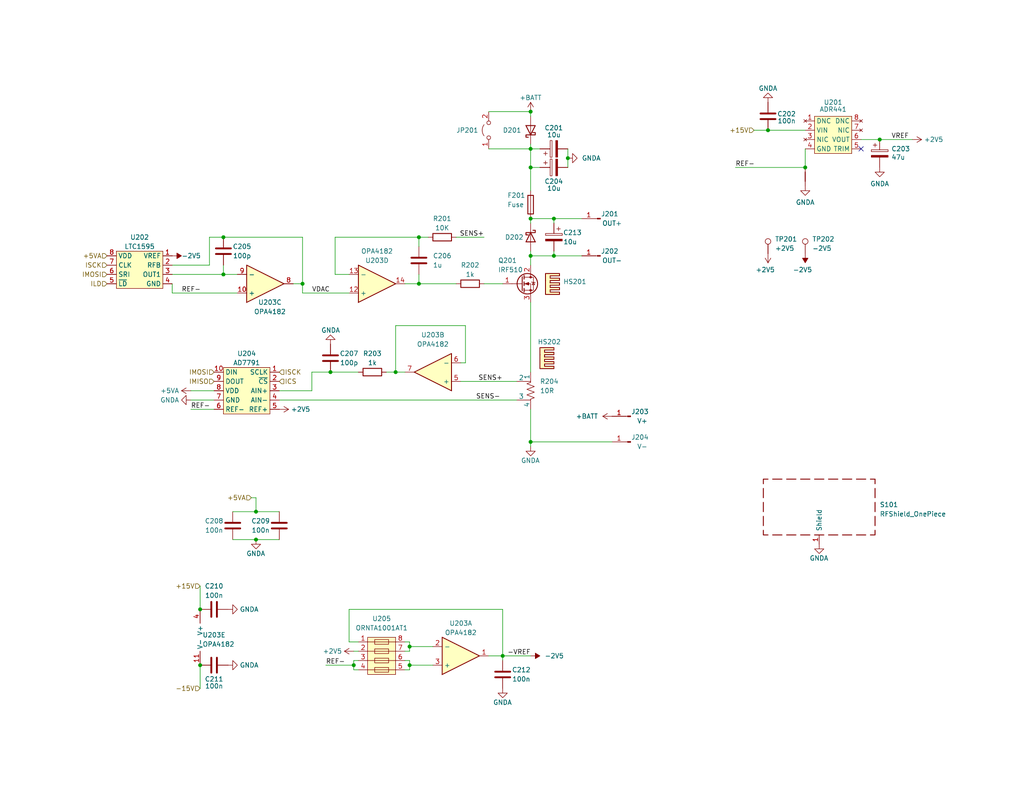
<source format=kicad_sch>
(kicad_sch (version 20230121) (generator eeschema)
  (paper "USLetter")
  (title_block (title "Precision Current Source Analog") (date "2024-05-20") (rev "2.0") (company "M Morano"))
  (lib_symbols
    (symbol "Components:530002B02500G"
      (property "Reference" "HS" (at -1.27 7.62 0))
      (property "Value" "530002B02500G" (at -6.35 5.08 0))
      (symbol "530002B02500G_0_1"
        (polyline (pts (xy -0.254 0.254) (xy -0.889 0.254) (xy -0.889 2.794) (xy -1.524 2.794) (xy -1.524 0.254) (xy -2.159 0.254) (xy -2.159 2.794) (xy -2.794 2.794) (xy -2.794 -1.016) (xy -0.889 -1.016)) (stroke (width 0.254)) (fill (type background)))
        (polyline (pts (xy -0.254 0.254) (xy -0.254 2.794) (xy 0.381 2.794) (xy 0.381 0.254) (xy 1.016 0.254) (xy 1.016 2.794) (xy 1.651 2.794) (xy 1.651 0.254) (xy 2.286 0.254) (xy 2.286 2.794) (xy 2.921 2.794) (xy 2.921 -1.016) (xy -0.889 -1.016)) (stroke (width 0.254)) (fill (type background)))
      )
      (symbol "530002B02500G_1_1"
        (pin no_connect line (at -6.35 -3.81 0) (length 5.08) hide (name "1") (number "1"))
        (pin no_connect line (at 7.62 -3.81 180) (length 5.08) hide (name "2") (number "2"))
      )
    )
    (symbol "Components:AD7791"
      (property "Reference" "U" (at 0 11.43 0))
      (property "Value" "AD7791" (at 0 8.89 0))
      (symbol "AD7791_1_1"
        (rectangle (start -6.35 6.35) (end 6.35 -6.35) (fill (type background)))
        (pin input line (at -8.89 5.08 0) (length 2.54) (name "SCLK") (number "1"))
        (pin input line (at 8.89 5.08 180) (length 2.54) (name "DIN") (number "10"))
        (pin input line (at -8.89 2.54 0) (length 2.54) (name "~{CS}") (number "2"))
        (pin input line (at -8.89 0 0) (length 2.54) (name "AIN+") (number "3"))
        (pin input line (at -8.89 -2.54 0) (length 2.54) (name "AIN-") (number "4"))
        (pin input line (at -8.89 -5.08 0) (length 2.54) (name "REF+") (number "5"))
        (pin power_in line (at 8.89 -5.08 180) (length 2.54) (name "REF-") (number "6"))
        (pin power_in line (at 8.89 -2.54 180) (length 2.54) (name "GND") (number "7"))
        (pin power_in line (at 8.89 0 180) (length 2.54) (name "VDD") (number "8"))
        (pin output line (at 8.89 2.54 180) (length 2.54) (name "DOUT") (number "9"))
      )
    )
    (symbol "Components:ADR441"
      (property "Reference" "U" (at 0 6.35 0))
      (property "Value" "ADR441" (at -2.54 0 0))
      (symbol "ADR441_1_1"
        (rectangle (start -5.08 5.08) (end 5.08 -5.08) (fill (type background)))
        (pin no_connect line (at -7.62 3.81 0) (length 2.54) (name "DNC") (number "1"))
        (pin power_in line (at -7.62 1.27 0) (length 2.54) (name "VIN") (number "2"))
        (pin no_connect line (at -7.62 -1.27 0) (length 2.54) (name "NIC") (number "3"))
        (pin power_in line (at -7.62 -3.81 0) (length 2.54) (name "GND") (number "4"))
        (pin input line (at 7.62 -3.81 180) (length 2.54) (name "TRIM") (number "5"))
        (pin output line (at 7.62 -1.27 180) (length 2.54) (name "VOUT") (number "6"))
        (pin no_connect line (at 7.62 1.27 180) (length 2.54) (name "NIC") (number "7"))
        (pin no_connect line (at 7.62 3.81 180) (length 2.54) (name "DNC") (number "8"))
      )
    )
    (symbol "Components:LTC1595"
      (property "Reference" "U" (at 0 0 0))
      (property "Value" "LTC1595" (at 0 0 0))
      (symbol "LTC1595_1_1"
        (rectangle (start -6.35 5.08) (end 6.35 -5.08) (fill (type background)))
        (pin input line (at -8.89 3.81 0) (length 2.54) (name "VREF") (number "1"))
        (pin input line (at -8.89 1.27 0) (length 2.54) (name "RFB") (number "2"))
        (pin output line (at -8.89 -1.27 0) (length 2.54) (name "OUT1") (number "3"))
        (pin power_in line (at -8.89 -3.81 0) (length 2.54) (name "GND") (number "4"))
        (pin input line (at 8.89 -3.81 180) (length 2.54) (name "~{LD}") (number "5"))
        (pin input line (at 8.89 -1.27 180) (length 2.54) (name "SRI") (number "6"))
        (pin input line (at 8.89 1.27 180) (length 2.54) (name "CLK") (number "7"))
        (pin power_in line (at 8.89 3.81 180) (length 2.54) (name "VDD") (number "8"))
      )
    )
    (symbol "Components:ORNTA1001AT1"
      (property "Reference" "U" (at 0 9.525 0))
      (property "Value" "ORNTA1001AT1" (at 0 6.985 0))
      (symbol "ORNTA1001AT1_0_1"
        (rectangle (start -1.905 -3.175) (end 1.905 -4.445))
        (rectangle (start -1.905 -0.635) (end 1.905 -1.905))
        (rectangle (start -1.905 1.905) (end 1.905 0.635))
        (rectangle (start -1.905 4.445) (end 1.905 3.175))
        (polyline (pts (xy -3.81 -3.81) (xy 3.81 -3.81)))
        (polyline (pts (xy -3.81 -1.27) (xy 3.81 -1.27)))
        (polyline (pts (xy -3.81 1.27) (xy 3.81 1.27)))
        (polyline (pts (xy -3.81 3.81) (xy 3.81 3.81)))
      )
      (symbol "ORNTA1001AT1_1_1"
        (rectangle (start -3.81 5.08) (end 3.81 -5.08) (fill (type background)))
        (pin bidirectional line (at -6.35 3.81 0) (length 2.54) (name "") (number "1"))
        (pin bidirectional line (at -6.35 1.27 0) (length 2.54) (name "") (number "2"))
        (pin bidirectional line (at -6.35 -1.27 0) (length 2.54) (name "") (number "3"))
        (pin bidirectional line (at -6.35 -3.81 0) (length 2.54) (name "") (number "4"))
        (pin bidirectional line (at 6.35 -3.81 180) (length 2.54) (name "") (number "5"))
        (pin bidirectional line (at 6.35 -1.27 180) (length 2.54) (name "") (number "6"))
        (pin bidirectional line (at 6.35 1.27 180) (length 2.54) (name "") (number "7"))
        (pin bidirectional line (at 6.35 3.81 180) (length 2.54) (name "") (number "8"))
      )
    )
    (symbol "Connector:Conn_01x01_Pin" (pin_names (offset 1.016) hide)
      (property "Reference" "J" (at 0 2.54 0))
      (property "Value" "Conn_01x01_Pin" (at 0 -2.54 0))
      (symbol "Conn_01x01_Pin_1_1"
        (polyline (pts (xy 1.27 0) (xy 0.8636 0)) (stroke (width 0.1524)))
        (rectangle (start 0.8636 0.127) (end 0 -0.127) (stroke (width 0.1524)) (fill (type outline)))
        (pin passive line (at 5.08 0 180) (length 3.81) (name "Pin_1") (number "1"))
      )
    )
    (symbol "Connector:TestPoint" (pin_numbers hide) (pin_names (offset 0.762) hide)
      (property "Reference" "TP" (at 0 6.858 0))
      (property "Value" "TestPoint" (at 0 5.08 0))
      (symbol "TestPoint_0_1"
        (circle (center 0 3.302) (radius 0.762))
      )
      (symbol "TestPoint_1_1"
        (pin passive line (at 0 0 90) (length 2.54) (name "1") (number "1"))
      )
    )
    (symbol "Device:C" (pin_numbers hide) (pin_names (offset 0.254))
      (property "Reference" "C" (at 0.635 2.54 0))
      (property "Value" "C" (at 0.635 -2.54 0))
      (symbol "C_0_1"
        (polyline (pts (xy -2.032 -0.762) (xy 2.032 -0.762)) (stroke (width 0.508)))
        (polyline (pts (xy -2.032 0.762) (xy 2.032 0.762)) (stroke (width 0.508)))
      )
      (symbol "C_1_1"
        (pin passive line (at 0 3.81 270) (length 2.794) (name "~") (number "1"))
        (pin passive line (at 0 -3.81 90) (length 2.794) (name "~") (number "2"))
      )
    )
    (symbol "Device:C_Polarized" (pin_numbers hide) (pin_names (offset 0.254))
      (property "Reference" "C" (at 0.635 2.54 0))
      (property "Value" "C_Polarized" (at 0.635 -2.54 0))
      (symbol "C_Polarized_0_1"
        (rectangle (start -2.286 0.508) (end 2.286 1.016))
        (polyline (pts (xy -1.778 2.286) (xy -0.762 2.286)))
        (polyline (pts (xy -1.27 2.794) (xy -1.27 1.778)))
        (rectangle (start 2.286 -0.508) (end -2.286 -1.016) (fill (type outline)))
      )
      (symbol "C_Polarized_1_1"
        (pin passive line (at 0 3.81 270) (length 2.794) (name "~") (number "1"))
        (pin passive line (at 0 -3.81 90) (length 2.794) (name "~") (number "2"))
      )
    )
    (symbol "Device:D_Schottky" (pin_numbers hide) (pin_names (offset 1.016) hide)
      (property "Reference" "D" (at 0 2.54 0))
      (property "Value" "D_Schottky" (at 0 -2.54 0))
      (symbol "D_Schottky_0_1"
        (polyline (pts (xy 1.27 0) (xy -1.27 0)))
        (polyline (pts (xy 1.27 1.27) (xy 1.27 -1.27) (xy -1.27 0) (xy 1.27 1.27)) (stroke (width 0.254)))
        (polyline (pts (xy -1.905 0.635) (xy -1.905 1.27) (xy -1.27 1.27) (xy -1.27 -1.27) (xy -0.635 -1.27) (xy -0.635 -0.635)) (stroke (width 0.254)))
      )
      (symbol "D_Schottky_1_1"
        (pin passive line (at -3.81 0 0) (length 2.54) (name "K") (number "1"))
        (pin passive line (at 3.81 0 180) (length 2.54) (name "A") (number "2"))
      )
    )
    (symbol "Device:Fuse" (pin_numbers hide) (pin_names (offset 0))
      (property "Reference" "F" (at 2.032 0 90))
      (property "Value" "Fuse" (at -1.905 0 90))
      (symbol "Fuse_0_1"
        (rectangle (start -0.762 -2.54) (end 0.762 2.54) (stroke (width 0.254)))
        (polyline (pts (xy 0 2.54) (xy 0 -2.54)))
      )
      (symbol "Fuse_1_1"
        (pin passive line (at 0 3.81 270) (length 1.27) (name "~") (number "1"))
        (pin passive line (at 0 -3.81 90) (length 1.27) (name "~") (number "2"))
      )
    )
    (symbol "Device:NetTie_2" (pin_numbers hide) (pin_names (offset 0) hide) (in_bom no)
      (property "Reference" "NT" (at 0 1.27 0))
      (property "Value" "NetTie_2" (at 0 -1.27 0))
      (symbol "NetTie_2_0_1"
        (polyline (pts (xy -1.27 0) (xy 1.27 0)) (stroke (width 0.254)))
      )
      (symbol "NetTie_2_1_1"
        (pin passive line (at -2.54 0 0) (length 2.54) (name "1") (number "1"))
        (pin passive line (at 2.54 0 180) (length 2.54) (name "2") (number "2"))
      )
    )
    (symbol "Device:Opamp_Quad"
      (property "Reference" "U" (at 0 5.08 0))
      (property "Value" "Opamp_Quad" (at 0 -5.08 0))
      (symbol "Opamp_Quad_1_1"
        (polyline (pts (xy -5.08 5.08) (xy 5.08 0) (xy -5.08 -5.08) (xy -5.08 5.08)) (stroke (width 0.254)) (fill (type background)))
        (pin output line (at 7.62 0 180) (length 2.54) (name "~") (number "1"))
        (pin input line (at -7.62 -2.54 0) (length 2.54) (name "-") (number "2"))
        (pin input line (at -7.62 2.54 0) (length 2.54) (name "+") (number "3"))
      )
      (symbol "Opamp_Quad_2_1"
        (polyline (pts (xy -5.08 5.08) (xy 5.08 0) (xy -5.08 -5.08) (xy -5.08 5.08)) (stroke (width 0.254)) (fill (type background)))
        (pin input line (at -7.62 2.54 0) (length 2.54) (name "+") (number "5"))
        (pin input line (at -7.62 -2.54 0) (length 2.54) (name "-") (number "6"))
        (pin output line (at 7.62 0 180) (length 2.54) (name "~") (number "7"))
      )
      (symbol "Opamp_Quad_3_1"
        (polyline (pts (xy -5.08 5.08) (xy 5.08 0) (xy -5.08 -5.08) (xy -5.08 5.08)) (stroke (width 0.254)) (fill (type background)))
        (pin input line (at -7.62 2.54 0) (length 2.54) (name "+") (number "10"))
        (pin output line (at 7.62 0 180) (length 2.54) (name "~") (number "8"))
        (pin input line (at -7.62 -2.54 0) (length 2.54) (name "-") (number "9"))
      )
      (symbol "Opamp_Quad_4_1"
        (polyline (pts (xy -5.08 5.08) (xy 5.08 0) (xy -5.08 -5.08) (xy -5.08 5.08)) (stroke (width 0.254)) (fill (type background)))
        (pin input line (at -7.62 2.54 0) (length 2.54) (name "+") (number "12"))
        (pin input line (at -7.62 -2.54 0) (length 2.54) (name "-") (number "13"))
        (pin output line (at 7.62 0 180) (length 2.54) (name "~") (number "14"))
      )
      (symbol "Opamp_Quad_5_1"
        (pin power_in line (at -2.54 -7.62 90) (length 3.81) (name "V-") (number "11"))
        (pin power_in line (at -2.54 7.62 270) (length 3.81) (name "V+") (number "4"))
      )
    )
    (symbol "Device:Q_NMOS_GDS" (pin_names (offset 0) hide)
      (property "Reference" "Q" (at 5.08 1.27 0))
      (property "Value" "Q_NMOS_GDS" (at 5.08 -1.27 0))
      (symbol "Q_NMOS_GDS_0_1"
        (polyline (pts (xy 0.254 0) (xy -2.54 0)))
        (polyline (pts (xy 0.254 1.905) (xy 0.254 -1.905)) (stroke (width 0.254)))
        (polyline (pts (xy 0.762 -1.27) (xy 0.762 -2.286)) (stroke (width 0.254)))
        (polyline (pts (xy 0.762 0.508) (xy 0.762 -0.508)) (stroke (width 0.254)))
        (polyline (pts (xy 0.762 2.286) (xy 0.762 1.27)) (stroke (width 0.254)))
        (polyline (pts (xy 2.54 2.54) (xy 2.54 1.778)))
        (polyline (pts (xy 2.54 -2.54) (xy 2.54 0) (xy 0.762 0)))
        (polyline (pts (xy 0.762 -1.778) (xy 3.302 -1.778) (xy 3.302 1.778) (xy 0.762 1.778)))
        (polyline (pts (xy 1.016 0) (xy 2.032 0.381) (xy 2.032 -0.381) (xy 1.016 0)) (fill (type outline)))
        (polyline (pts (xy 2.794 0.508) (xy 2.921 0.381) (xy 3.683 0.381) (xy 3.81 0.254)))
        (polyline (pts (xy 3.302 0.381) (xy 2.921 -0.254) (xy 3.683 -0.254) (xy 3.302 0.381)))
        (circle (center 1.651 0) (radius 2.794) (stroke (width 0.254)))
        (circle (center 2.54 -1.778) (radius 0.254) (fill (type outline)))
        (circle (center 2.54 1.778) (radius 0.254) (fill (type outline)))
      )
      (symbol "Q_NMOS_GDS_1_1"
        (pin input line (at -5.08 0 0) (length 2.54) (name "G") (number "1"))
        (pin passive line (at 2.54 5.08 270) (length 2.54) (name "D") (number "2"))
        (pin passive line (at 2.54 -5.08 90) (length 2.54) (name "S") (number "3"))
      )
    )
    (symbol "Device:R" (pin_numbers hide) (pin_names (offset 0))
      (property "Reference" "R" (at 2.032 0 90))
      (property "Value" "R" (at 0 0 90))
      (symbol "R_0_1"
        (rectangle (start -1.016 -2.54) (end 1.016 2.54) (stroke (width 0.254)))
      )
      (symbol "R_1_1"
        (pin passive line (at 0 3.81 270) (length 1.27) (name "~") (number "1"))
        (pin passive line (at 0 -3.81 90) (length 1.27) (name "~") (number "2"))
      )
    )
    (symbol "Device:RFShield_OnePiece" (pin_names (offset 1.016))
      (property "Reference" "J" (at 0 5.08 0))
      (property "Value" "RFShield_OnePiece" (at 0 2.54 0))
      (symbol "RFShield_OnePiece_0_1"
        (polyline (pts (xy -15.24 -5.08) (xy -15.24 -2.54)) (stroke (width 0.254)))
        (polyline (pts (xy -15.24 -1.27) (xy -15.24 1.27)) (stroke (width 0.254)))
        (polyline (pts (xy -15.24 2.54) (xy -15.24 5.08)) (stroke (width 0.254)))
        (polyline (pts (xy -12.7 7.62) (xy -10.16 7.62)) (stroke (width 0.254)))
        (polyline (pts (xy -10.16 -7.62) (xy -12.7 -7.62)) (stroke (width 0.254)))
        (polyline (pts (xy -6.35 -7.62) (xy -8.89 -7.62)) (stroke (width 0.254)))
        (polyline (pts (xy -6.35 7.62) (xy -8.89 7.62)) (stroke (width 0.254)))
        (polyline (pts (xy -2.54 -7.62) (xy -5.08 -7.62)) (stroke (width 0.254)))
        (polyline (pts (xy -2.54 7.62) (xy -5.08 7.62)) (stroke (width 0.254)))
        (polyline (pts (xy -1.27 -7.62) (xy 1.27 -7.62)) (stroke (width 0.254)))
        (polyline (pts (xy 1.27 7.62) (xy -1.27 7.62)) (stroke (width 0.254)))
        (polyline (pts (xy 2.54 -7.62) (xy 5.08 -7.62)) (stroke (width 0.254)))
        (polyline (pts (xy 5.08 7.62) (xy 2.54 7.62)) (stroke (width 0.254)))
        (polyline (pts (xy 6.35 -7.62) (xy 8.89 -7.62)) (stroke (width 0.254)))
        (polyline (pts (xy 8.89 7.62) (xy 6.35 7.62)) (stroke (width 0.254)))
        (polyline (pts (xy 10.16 -7.62) (xy 12.7 -7.62)) (stroke (width 0.254)))
        (polyline (pts (xy 12.7 7.62) (xy 10.16 7.62)) (stroke (width 0.254)))
        (polyline (pts (xy 15.24 -5.08) (xy 15.24 -2.54)) (stroke (width 0.254)))
        (polyline (pts (xy 15.24 -1.27) (xy 15.24 1.27)) (stroke (width 0.254)))
        (polyline (pts (xy 15.24 2.54) (xy 15.24 5.08)) (stroke (width 0.254)))
        (polyline (pts (xy -15.24 6.35) (xy -15.24 7.62) (xy -13.97 7.62)) (stroke (width 0.254)))
        (polyline (pts (xy -13.97 -7.62) (xy -15.24 -7.62) (xy -15.24 -6.35)) (stroke (width 0.254)))
        (polyline (pts (xy 13.97 -7.62) (xy 15.24 -7.62) (xy 15.24 -6.35)) (stroke (width 0.254)))
        (polyline (pts (xy 15.24 6.35) (xy 15.24 7.62) (xy 13.97 7.62)) (stroke (width 0.254)))
      )
      (symbol "RFShield_OnePiece_1_1"
        (pin passive line (at 0 -10.16 90) (length 2.54) (name "Shield") (number "1"))
      )
    )
    (symbol "Device:R_Shunt_US" (pin_numbers hide) (pin_names (offset 0))
      (property "Reference" "R" (at -5.08 0 90))
      (property "Value" "R_Shunt_US" (at -3.048 0 90))
      (symbol "R_Shunt_US_1_1"
        (polyline (pts (xy 0 -2.54) (xy 1.27 -2.54)))
        (polyline (pts (xy 0 -2.286) (xy 0 -2.54)))
        (polyline (pts (xy 0 2.286) (xy 0 2.54)))
        (polyline (pts (xy 1.27 2.54) (xy 0 2.54)))
        (polyline (pts (xy 0 -0.762) (xy 1.016 -1.143) (xy 0 -1.524) (xy -1.016 -1.905) (xy 0 -2.286)))
        (polyline (pts (xy 0 0.762) (xy 1.016 0.381) (xy 0 0) (xy -1.016 -0.381) (xy 0 -0.762)))
        (polyline (pts (xy 0 2.286) (xy 1.016 1.905) (xy 0 1.524) (xy -1.016 1.143) (xy 0 0.762)))
        (pin passive line (at 0 5.08 270) (length 2.54) (name "1") (number "1"))
        (pin passive line (at 3.81 2.54 180) (length 2.54) (name "2") (number "2"))
        (pin passive line (at 3.81 -2.54 180) (length 2.54) (name "3") (number "3"))
        (pin passive line (at 0 -5.08 90) (length 2.54) (name "4") (number "4"))
      )
    )
    (symbol "Jumper:Jumper_2_Open" (pin_names (offset 0) hide)
      (property "Reference" "JP" (at 0 2.794 0))
      (property "Value" "Jumper_2_Open" (at 0 -2.286 0))
      (symbol "Jumper_2_Open_0_0"
        (circle (center -2.032 0) (radius 0.508))
        (circle (center 2.032 0) (radius 0.508))
      )
      (symbol "Jumper_2_Open_0_1"
        (arc (start 1.524 1.27) (mid 0 1.778) (end -1.524 1.27))
      )
      (symbol "Jumper_2_Open_1_1"
        (pin passive line (at -5.08 0 0) (length 2.54) (name "A") (number "1"))
        (pin passive line (at 5.08 0 180) (length 2.54) (name "B") (number "2"))
      )
    )
    (symbol "Mechanical:Heatsink" (pin_names (offset 1.016))
      (property "Reference" "HS" (at 0 5.08 0))
      (property "Value" "Heatsink" (at 0 -1.27 0))
      (symbol "Heatsink_0_1"
        (polyline (pts (xy -0.3302 1.27) (xy -0.9652 1.27) (xy -0.9652 3.81) (xy -1.6002 3.81) (xy -1.6002 1.27) (xy -2.2352 1.27) (xy -2.2352 3.81) (xy -2.8702 3.81) (xy -2.8702 0) (xy -0.9652 0)) (stroke (width 0.254)) (fill (type background)))
        (polyline (pts (xy -0.3302 1.27) (xy -0.3302 3.81) (xy 0.3048 3.81) (xy 0.3048 1.27) (xy 0.9398 1.27) (xy 0.9398 3.81) (xy 1.5748 3.81) (xy 1.5748 1.27) (xy 2.2098 1.27) (xy 2.2098 3.81) (xy 2.8448 3.81) (xy 2.8448 0) (xy -0.9652 0)) (stroke (width 0.254)) (fill (type background)))
      )
    )
    (symbol "power:+2V5" (power) (pin_names (offset 0))
      (property "Value" "+2V5" (at 0 3.556 0))
      (symbol "+2V5_0_1"
        (polyline (pts (xy -0.762 1.27) (xy 0 2.54)))
        (polyline (pts (xy 0 0) (xy 0 2.54)))
        (polyline (pts (xy 0 2.54) (xy 0.762 1.27)))
      )
      (symbol "+2V5_1_1"
        (pin power_in line (at 0 0 90) (length 0) hide (name "+2V5") (number "1"))
      )
    )
    (symbol "power:+5VA" (power) (pin_names (offset 0))
      (property "Value" "+5VA" (at 0 3.556 0))
      (symbol "+5VA_0_1"
        (polyline (pts (xy -0.762 1.27) (xy 0 2.54)))
        (polyline (pts (xy 0 0) (xy 0 2.54)))
        (polyline (pts (xy 0 2.54) (xy 0.762 1.27)))
      )
      (symbol "+5VA_1_1"
        (pin power_in line (at 0 0 90) (length 0) hide (name "+5VA") (number "1"))
      )
    )
    (symbol "power:+BATT" (power) (pin_names (offset 0))
      (property "Value" "+BATT" (at 0 3.556 0))
      (symbol "+BATT_0_1"
        (polyline (pts (xy -0.762 1.27) (xy 0 2.54)))
        (polyline (pts (xy 0 0) (xy 0 2.54)))
        (polyline (pts (xy 0 2.54) (xy 0.762 1.27)))
      )
      (symbol "+BATT_1_1"
        (pin power_in line (at 0 0 90) (length 0) hide (name "+BATT") (number "1"))
      )
    )
    (symbol "power:-2V5" (power) (pin_names (offset 0))
      (property "Value" "-2V5" (at 0 3.81 0))
      (symbol "-2V5_0_0"
        (pin power_in line (at 0 0 90) (length 0) hide (name "-2V5") (number "1"))
      )
      (symbol "-2V5_0_1"
        (polyline (pts (xy 0 0) (xy 0 1.27) (xy 0.762 1.27) (xy 0 2.54) (xy -0.762 1.27) (xy 0 1.27)) (fill (type outline)))
      )
    )
    (symbol "power:GNDA" (power) (pin_names (offset 0))
      (property "Value" "GNDA" (at 0 -3.81 0))
      (symbol "GNDA_0_1"
        (polyline (pts (xy 0 0) (xy 0 -1.27) (xy 1.27 -1.27) (xy 0 -2.54) (xy -1.27 -1.27) (xy 0 -1.27)))
      )
      (symbol "GNDA_1_1"
        (pin power_in line (at 0 0 270) (length 0) hide (name "GNDA") (number "1"))
      )
    )
  )
  (junction (at 69.85 139.7))
  (junction (at 151.13 69.85))
  (junction (at 111.76 181.61))
  (junction (at 54.61 181.61))
  (junction (at 144.78 59.69))
  (junction (at 144.78 40.64))
  (junction (at 114.3 77.47))
  (junction (at 219.71 45.72))
  (junction (at 54.61 166.37))
  (junction (at 114.3 64.77))
  (junction (at 144.78 30.48))
  (junction (at 60.96 74.93))
  (junction (at 144.78 45.72))
  (junction (at 111.76 176.53))
  (junction (at 60.96 64.77))
  (junction (at 69.85 147.32))
  (junction (at 154.94 43.18))
  (junction (at 144.78 69.85))
  (junction (at 96.52 181.61))
  (junction (at 209.55 35.56))
  (junction (at 240.03 38.1))
  (junction (at 151.13 59.69))
  (junction (at 137.16 179.07))
  (junction (at 107.95 101.6))
  (junction (at 144.78 120.65))
  (junction (at 82.55 77.47))
  (junction (at 90.17 101.6))
  (no_connect (at 234.95 40.64))
  (wire (pts (xy 60.96 72.39) (xy 60.96 74.93)))
  (wire (pts (xy 125.73 99.06) (xy 127 99.06)))
  (wire (pts (xy 133.35 40.64) (xy 144.78 40.64)))
  (wire (pts (xy 144.78 59.69) (xy 151.13 59.69)))
  (wire (pts (xy 144.78 82.55) (xy 144.78 101.6)))
  (wire (pts (xy 95.25 175.26) (xy 97.79 175.26)))
  (wire (pts (xy 52.07 109.22) (xy 58.42 109.22)))
  (wire (pts (xy 144.78 120.65) (xy 144.78 121.92)))
  (wire (pts (xy 69.85 139.7) (xy 76.2 139.7)))
  (wire (pts (xy 46.99 80.01) (xy 64.77 80.01)))
  (wire (pts (xy 209.55 35.56) (xy 219.71 35.56)))
  (wire (pts (xy 76.2 106.68) (xy 85.09 106.68)))
  (wire (pts (xy 144.78 69.85) (xy 144.78 72.39)))
  (wire (pts (xy 95.25 166.37) (xy 137.16 166.37)))
  (wire (pts (xy 57.15 72.39) (xy 46.99 72.39)))
  (wire (pts (xy 110.49 175.26) (xy 111.76 175.26)))
  (wire (pts (xy 144.78 45.72) (xy 144.78 52.07)))
  (wire (pts (xy 63.5 139.7) (xy 69.85 139.7)))
  (wire (pts (xy 105.41 101.6) (xy 107.95 101.6)))
  (wire (pts (xy 97.79 182.88) (xy 96.52 182.88)))
  (wire (pts (xy 68.58 135.89) (xy 69.85 135.89)))
  (wire (pts (xy 111.76 177.8) (xy 111.76 176.53)))
  (wire (pts (xy 137.16 166.37) (xy 137.16 179.07)))
  (wire (pts (xy 133.35 30.48) (xy 144.78 30.48)))
  (wire (pts (xy 200.66 45.72) (xy 219.71 45.72)))
  (wire (pts (xy 127 88.9) (xy 107.95 88.9)))
  (wire (pts (xy 137.16 179.07) (xy 133.35 179.07)))
  (wire (pts (xy 90.17 101.6) (xy 97.79 101.6)))
  (wire (pts (xy 76.2 109.22) (xy 140.97 109.22)))
  (wire (pts (xy 151.13 59.69) (xy 158.75 59.69)))
  (wire (pts (xy 63.5 147.32) (xy 69.85 147.32)))
  (wire (pts (xy 91.44 74.93) (xy 95.25 74.93)))
  (wire (pts (xy 52.07 111.76) (xy 58.42 111.76)))
  (wire (pts (xy 110.49 77.47) (xy 114.3 77.47)))
  (wire (pts (xy 46.99 74.93) (xy 60.96 74.93)))
  (wire (pts (xy 107.95 88.9) (xy 107.95 101.6)))
  (wire (pts (xy 80.01 77.47) (xy 82.55 77.47)))
  (wire (pts (xy 111.76 175.26) (xy 111.76 176.53)))
  (wire (pts (xy 46.99 80.01) (xy 46.99 77.47)))
  (wire (pts (xy 110.49 177.8) (xy 111.76 177.8)))
  (wire (pts (xy 144.78 69.85) (xy 144.78 68.58)))
  (wire (pts (xy 88.9 181.61) (xy 96.52 181.61)))
  (wire (pts (xy 54.61 160.02) (xy 54.61 166.37)))
  (wire (pts (xy 96.52 180.34) (xy 96.52 181.61)))
  (wire (pts (xy 96.52 177.8) (xy 97.79 177.8)))
  (wire (pts (xy 154.94 40.64) (xy 154.94 43.18)))
  (wire (pts (xy 144.78 30.48) (xy 144.78 31.75)))
  (wire (pts (xy 114.3 64.77) (xy 91.44 64.77)))
  (wire (pts (xy 57.15 64.77) (xy 57.15 72.39)))
  (wire (pts (xy 144.78 45.72) (xy 147.32 45.72)))
  (wire (pts (xy 60.96 74.93) (xy 64.77 74.93)))
  (wire (pts (xy 144.78 120.65) (xy 167.005 120.65)))
  (wire (pts (xy 110.49 182.88) (xy 111.76 182.88)))
  (wire (pts (xy 97.79 180.34) (xy 96.52 180.34)))
  (wire (pts (xy 114.3 64.77) (xy 116.84 64.77)))
  (wire (pts (xy 144.78 39.37) (xy 144.78 40.64)))
  (wire (pts (xy 95.25 166.37) (xy 95.25 175.26)))
  (wire (pts (xy 69.85 135.89) (xy 69.85 139.7)))
  (wire (pts (xy 144.78 111.76) (xy 144.78 120.65)))
  (wire (pts (xy 137.16 179.07) (xy 137.16 180.34)))
  (wire (pts (xy 111.76 180.34) (xy 111.76 181.61)))
  (wire (pts (xy 82.55 64.77) (xy 60.96 64.77)))
  (wire (pts (xy 124.46 64.77) (xy 132.08 64.77)))
  (wire (pts (xy 137.16 179.07) (xy 144.78 179.07)))
  (wire (pts (xy 127 99.06) (xy 127 88.9)))
  (wire (pts (xy 151.13 68.58) (xy 151.13 69.85)))
  (wire (pts (xy 91.44 64.77) (xy 91.44 74.93)))
  (wire (pts (xy 205.74 35.56) (xy 209.55 35.56)))
  (wire (pts (xy 240.03 38.1) (xy 248.92 38.1)))
  (wire (pts (xy 69.85 147.32) (xy 76.2 147.32)))
  (wire (pts (xy 219.71 45.72) (xy 219.71 40.64)))
  (wire (pts (xy 158.75 69.85) (xy 151.13 69.85)))
  (wire (pts (xy 60.96 64.77) (xy 57.15 64.77)))
  (wire (pts (xy 144.78 59.69) (xy 144.78 60.96)))
  (wire (pts (xy 151.13 59.69) (xy 151.13 60.96)))
  (wire (pts (xy 52.07 106.68) (xy 58.42 106.68)))
  (wire (pts (xy 234.95 38.1) (xy 240.03 38.1)))
  (wire (pts (xy 85.09 106.68) (xy 85.09 101.6)))
  (wire (pts (xy 144.78 45.72) (xy 144.78 40.64)))
  (wire (pts (xy 154.94 43.18) (xy 154.94 45.72)))
  (wire (pts (xy 144.78 40.64) (xy 147.32 40.64)))
  (wire (pts (xy 111.76 176.53) (xy 118.11 176.53)))
  (wire (pts (xy 107.95 101.6) (xy 110.49 101.6)))
  (wire (pts (xy 82.55 77.47) (xy 82.55 80.01)))
  (wire (pts (xy 110.49 180.34) (xy 111.76 180.34)))
  (wire (pts (xy 96.52 181.61) (xy 96.52 182.88)))
  (wire (pts (xy 114.3 74.93) (xy 114.3 77.47)))
  (wire (pts (xy 114.3 77.47) (xy 124.46 77.47)))
  (wire (pts (xy 111.76 181.61) (xy 118.11 181.61)))
  (wire (pts (xy 125.73 104.14) (xy 140.97 104.14)))
  (wire (pts (xy 82.55 80.01) (xy 95.25 80.01)))
  (wire (pts (xy 85.09 101.6) (xy 90.17 101.6)))
  (wire (pts (xy 114.3 64.77) (xy 114.3 67.31)))
  (wire (pts (xy 151.13 69.85) (xy 144.78 69.85)))
  (wire (pts (xy 132.08 77.47) (xy 137.16 77.47)))
  (wire (pts (xy 54.61 181.61) (xy 54.61 187.96)))
  (wire (pts (xy 82.55 77.47) (xy 82.55 64.77)))
  (wire (pts (xy 111.76 181.61) (xy 111.76 182.88)))
  (label "REF-" (at 49.53 80.01 0))
  (label "REF-" (at 52.07 111.76 0))
  (label "REF-" (at 200.66 45.72 0))
  (label "SENS+" (at 132.08 64.77 180))
  (label "VDAC" (at 85.09 80.01 0))
  (label "-VREF" (at 138.43 179.07 0))
  (label "REF-" (at 88.9 181.61 0))
  (label "SENS-" (at 136.525 109.22 180))
  (label "VREF" (at 243.205 38.1 0))
  (label "SENS+" (at 137.16 104.14 180))
  (hierarchical_label "ISCK" (shape input) (at 29.21 72.39 180))
  (hierarchical_label "IMOSI" (shape input) (at 58.42 101.6 180))
  (hierarchical_label "ILD" (shape input) (at 29.21 77.47 180))
  (hierarchical_label "+5VA" (shape input) (at 29.21 69.85 180))
  (hierarchical_label "IMISO" (shape input) (at 58.42 104.14 180))
  (hierarchical_label "+15V" (shape input) (at 54.61 160.02 180))
  (hierarchical_label "+5VA" (shape input) (at 68.58 135.89 180))
  (hierarchical_label "ISCK" (shape input) (at 76.2 101.6 0))
  (hierarchical_label "IMOSI" (shape input) (at 29.21 74.93 180))
  (hierarchical_label "ICS" (shape input) (at 76.2 104.14 0))
  (hierarchical_label "+15V" (shape input) (at 205.74 35.56 180))
  (hierarchical_label "-15V" (shape input) (at 54.61 187.96 180))
  (symbol (lib_id "power:-2V5") (at 144.78 179.07 270) (unit 1)
    (property "Reference" "#PWR0216" (effects hide))
    (property "Value" "-2V5" (at 148.59 179.07 90) (effects (justify left)))
  )
  (symbol (lib_id "power:GNDA") (at 223.52 148.59 0) (unit 1)
    (property "Reference" "#PWR0213" (effects hide))
    (property "Value" "GNDA" (at 226.06 152.4 0) (effects (justify right)))
  )
  (symbol (lib_id "power:+2V5") (at 76.2 111.76 270) (unit 1)
    (property "Reference" "#PWR0210" (effects hide))
    (property "Value" "+2V5" (at 79.375 111.76 90) (effects (justify left)))
  )
  (symbol (lib_id "Connector:Conn_01x01_Pin") (at 163.83 69.85 180) (unit 1)
    (property "Reference" "J202" (at 166.37 68.58 0))
    (property "Value" "OUT-" (at 167.005 71.12 0))
    (property "Footprint" "Components:1211" (effects hide))
  )
  (symbol (lib_id "Components:AD7791") (at 67.31 106.68 0) (mirror y) (unit 1)
    (property "Reference" "U204" (at 67.31 96.52 0))
    (property "Value" "AD7791" (at 67.31 99.06 0))
    (property "Footprint" "Package_SO:MSOP-10_3x3mm_P0.5mm" (effects hide))
  )
  (symbol (lib_id "power:-2V5") (at 46.99 69.85 270) (mirror x) (unit 1)
    (property "Reference" "#PWR0206" (effects hide))
    (property "Value" "-2V5" (at 49.53 69.85 90) (effects (justify left)))
  )
  (symbol (lib_id "Connector:Conn_01x01_Pin") (at 172.085 120.65 180) (unit 1)
    (property "Reference" "J204" (at 174.625 119.38 0))
    (property "Value" "V-" (at 175.26 121.92 0))
    (property "Footprint" "Components:1211" (effects hide))
  )
  (symbol (lib_id "Device:C") (at 137.16 184.15 0) (unit 1)
    (property "Reference" "C212" (at 142.24 182.88 0))
    (property "Value" "100n" (at 142.24 185.42 0))
    (property "Footprint" "Capacitor_SMD:C_0603_1608Metric" (effects hide))
  )
  (symbol (lib_id "Device:Opamp_Quad") (at 118.11 101.6 180) (unit 2)
    (property "Reference" "U203" (at 118.11 91.44 0))
    (property "Value" "OPA4182" (at 118.11 93.98 0))
    (property "Footprint" "Package_SO:SOIC-14_3.9x8.7mm_P1.27mm" (effects hide))
  )
  (symbol (lib_id "power:+5VA") (at 52.07 106.68 90) (mirror x) (unit 1)
    (property "Reference" "#PWR0208" (effects hide))
    (property "Value" "+5VA" (at 48.895 106.68 90) (effects (justify left)))
  )
  (symbol (lib_id "power:GNDA") (at 62.23 181.61 90) (unit 1)
    (property "Reference" "#PWR0217" (effects hide))
    (property "Value" "GNDA" (at 65.405 181.61 90) (effects (justify right)))
  )
  (symbol (lib_id "Connector:Conn_01x01_Pin") (at 172.085 113.665 180) (unit 1)
    (property "Reference" "J203" (at 174.625 112.395 0))
    (property "Value" "V+" (at 175.26 114.935 0))
    (property "Footprint" "Components:1211" (effects hide))
  )
  (symbol (lib_id "Device:C") (at 58.42 181.61 270) (unit 1)
    (property "Reference" "C211" (at 58.42 185.42 90))
    (property "Value" "100n" (at 58.42 187.325 90))
    (property "Footprint" "Capacitor_SMD:C_0603_1608Metric" (effects hide))
  )
  (symbol (lib_id "power:GNDA") (at 219.71 50.8 0) (unit 1)
    (property "Reference" "#PWR0205" (effects hide))
    (property "Value" "GNDA" (at 219.71 55.245 0))
  )
  (symbol (lib_id "Device:C") (at 90.17 97.79 0) (unit 1)
    (property "Reference" "C207" (at 95.25 96.52 0))
    (property "Value" "100p" (at 95.25 99.06 0))
    (property "Footprint" "Capacitor_SMD:C_0603_1608Metric" (effects hide))
  )
  (symbol (lib_id "power:GNDA") (at 137.16 187.96 0) (unit 1)
    (property "Reference" "#PWR0219" (effects hide))
    (property "Value" "GNDA" (at 139.7 191.77 0) (effects (justify right)))
  )
  (symbol (lib_id "power:GNDA") (at 154.94 43.18 90) (unit 1)
    (property "Reference" "#PWR0203" (effects hide))
    (property "Value" "GNDA" (at 158.75 43.18 90) (effects (justify right)))
  )
  (symbol (lib_id "Device:R") (at 120.65 64.77 90) (unit 1)
    (property "Reference" "R201" (at 120.65 59.69 90))
    (property "Value" "10K" (at 120.65 62.23 90))
    (property "Footprint" "Resistor_SMD:R_0603_1608Metric" (effects hide))
  )
  (symbol (lib_id "power:GNDA") (at 90.17 93.98 180) (unit 1)
    (property "Reference" "#PWR0207" (effects hide))
    (property "Value" "GNDA" (at 87.63 90.17 0) (effects (justify right)))
  )
  (symbol (lib_id "Connector:TestPoint") (at 209.55 69.215 0) (unit 1)
    (property "Reference" "TP201" (at 211.455 65.278 0) (effects (justify left)))
    (property "Value" "+2V5" (at 211.455 67.818 0) (effects (justify left)))
    (property "Footprint" "TestPoint:TestPoint_Pad_D1.0mm" (effects hide))
  )
  (symbol (lib_id "power:GNDA") (at 144.78 121.92 0) (unit 1)
    (property "Reference" "#PWR0211" (effects hide))
    (property "Value" "GNDA" (at 147.32 125.73 0) (effects (justify right)))
  )
  (symbol (lib_id "Device:Opamp_Quad") (at 72.39 77.47 0) (mirror x) (unit 3)
    (property "Reference" "U203" (at 73.66 82.55 0))
    (property "Value" "OPA4182" (at 73.66 85.09 0))
    (property "Footprint" "Package_SO:SOIC-14_3.9x8.7mm_P1.27mm" (effects hide))
  )
  (symbol (lib_id "Device:C_Polarized") (at 240.03 41.91 0) (unit 1)
    (property "Reference" "C203" (at 243.205 40.64 0) (effects (justify left)))
    (property "Value" "47u" (at 243.205 42.926 0) (effects (justify left)))
    (property "Footprint" "Capacitor_SMD:CP_Elec_6.3x5.8" (effects hide))
  )
  (symbol (lib_id "Connector:TestPoint") (at 219.71 69.215 0) (unit 1)
    (property "Reference" "TP202" (at 221.615 65.278 0) (effects (justify left)))
    (property "Value" "-2V5" (at 221.615 67.818 0) (effects (justify left)))
    (property "Footprint" "TestPoint:TestPoint_Pad_D1.0mm" (effects hide))
  )
  (symbol (lib_id "power:+BATT") (at 167.005 113.665 90) (unit 1)
    (property "Reference" "#PWR0220" (effects hide))
    (property "Value" "+BATT" (at 163.195 113.665 90) (effects (justify left)))
  )
  (symbol (lib_id "Device:RFShield_OnePiece") (at 223.52 138.43 0) (unit 1)
    (property "Reference" "S101" (at 240.03 137.795 0) (effects (justify left)))
    (property "Value" "RFShield_OnePiece" (at 240.03 140.335 0) (effects (justify left)))
    (property "Footprint" "RF_Shielding:Laird_Technologies_BMI-S-204-F_32.00x32.00mm" (effects hide))
  )
  (symbol (lib_id "Device:Q_NMOS_GDS") (at 142.24 77.47 0) (unit 1)
    (property "Reference" "Q201" (at 135.89 71.12 0) (effects (justify left)))
    (property "Value" "IRF510" (at 135.89 73.66 0) (effects (justify left)))
    (property "Footprint" "Package_TO_SOT_THT:TO-220-3_Vertical" (effects hide))
  )
  (symbol (lib_id "Device:C_Polarized") (at 151.13 40.64 90) (unit 1)
    (property "Reference" "C201" (at 153.67 34.925 90) (effects (justify left)))
    (property "Value" "10u" (at 153.035 36.83 90) (effects (justify left)))
    (property "Footprint" "Capacitor_SMD:CP_Elec_6.3x5.8" (effects hide))
  )
  (symbol (lib_id "Device:C_Polarized") (at 151.13 45.72 90) (mirror x) (unit 1)
    (property "Reference" "C204" (at 153.67 49.53 90) (effects (justify left)))
    (property "Value" "10u" (at 153.035 51.435 90) (effects (justify left)))
    (property "Footprint" "Capacitor_SMD:CP_Elec_6.3x5.8" (effects hide))
  )
  (symbol (lib_id "power:+2V5") (at 248.92 38.1 270) (unit 1)
    (property "Reference" "#PWR0202" (effects hide))
    (property "Value" "+2V5" (at 252.095 38.1 90) (effects (justify left)))
  )
  (symbol (lib_id "Device:Opamp_Quad") (at 125.73 179.07 0) (mirror x) (unit 1)
    (property "Reference" "U203" (at 125.73 170.18 0))
    (property "Value" "OPA4182" (at 125.73 172.72 0))
    (property "Footprint" "Package_SO:SOIC-14_3.9x8.7mm_P1.27mm" (effects hide))
  )
  (symbol (lib_id "Device:C") (at 76.2 143.51 0) (unit 1)
    (property "Reference" "C209" (at 71.12 142.24 0))
    (property "Value" "100n" (at 71.12 144.78 0))
    (property "Footprint" "Capacitor_SMD:C_0603_1608Metric" (effects hide))
  )
  (symbol (lib_id "power:GNDA") (at 209.55 27.94 180) (unit 1)
    (property "Reference" "#PWR0218" (effects hide))
    (property "Value" "GNDA" (at 209.55 24.13 0))
  )
  (symbol (lib_id "Device:Opamp_Quad") (at 57.15 173.99 0) (unit 5)
    (property "Reference" "U203" (at 55.245 173.355 0) (effects (justify left)))
    (property "Value" "OPA4182" (at 55.245 175.895 0) (effects (justify left)))
    (property "Footprint" "Package_SO:SOIC-14_3.9x8.7mm_P1.27mm" (effects hide))
  )
  (symbol (lib_id "power:GNDA") (at 240.03 45.72 0) (unit 1)
    (property "Reference" "#PWR0204" (effects hide))
    (property "Value" "GNDA" (at 240.03 50.165 0))
  )
  (symbol (lib_id "Device:C_Polarized") (at 151.13 64.77 0) (mirror y) (unit 1)
    (property "Reference" "C213" (at 158.75 63.5 0) (effects (justify left)))
    (property "Value" "10u" (at 157.48 66.04 0) (effects (justify left)))
    (property "Footprint" "Capacitor_SMD:CP_Elec_6.3x5.8" (effects hide))
  )
  (symbol (lib_id "Device:R_Shunt_US") (at 144.78 106.68 0) (mirror y) (unit 1)
    (property "Reference" "R204" (at 147.32 104.14 0) (effects (justify right)))
    (property "Value" "10R" (at 147.32 106.68 0) (effects (justify right)))
    (property "Footprint" "Package_TO_SOT_THT:TO-220-4_Vertical" (effects hide))
  )
  (symbol (lib_id "power:GNDA") (at 62.23 166.37 90) (unit 1)
    (property "Reference" "#PWR0214" (effects hide))
    (property "Value" "GNDA" (at 65.405 166.37 90) (effects (justify right)))
  )
  (symbol (lib_id "Device:C") (at 58.42 166.37 270) (unit 1)
    (property "Reference" "C210" (at 58.42 160.02 90))
    (property "Value" "100n" (at 58.42 162.56 90))
    (property "Footprint" "Capacitor_SMD:C_0603_1608Metric" (effects hide))
  )
  (symbol (lib_id "power:+2V5") (at 96.52 177.8 90) (unit 1)
    (property "Reference" "#PWR0215" (effects hide))
    (property "Value" "+2V5" (at 93.345 177.8 90) (effects (justify left)))
  )
  (symbol (lib_id "Components:ADR441") (at 227.33 36.83 0) (unit 1)
    (property "Reference" "U201" (at 227.33 27.94 0))
    (property "Value" "ADR441" (at 227.33 29.845 0))
    (property "Footprint" "Package_SO:SOIC-8_3.9x4.9mm_P1.27mm" (effects hide))
  )
  (symbol (lib_id "Device:C") (at 60.96 68.58 0) (mirror y) (unit 1)
    (property "Reference" "C205" (at 66.04 67.31 0))
    (property "Value" "100p" (at 66.04 69.85 0))
    (property "Footprint" "Capacitor_SMD:C_0603_1608Metric" (effects hide))
  )
  (symbol (lib_id "Device:C") (at 114.3 71.12 0) (unit 1)
    (property "Reference" "C206" (at 118.11 69.85 0) (effects (justify left)))
    (property "Value" "1u" (at 118.11 72.39 0) (effects (justify left)))
    (property "Footprint" "Components:CB05_AVX" (effects hide))
    (property "Datasheet" "CB052E0105JBC" (effects hide))
  )
  (symbol (lib_id "Jumper:Jumper_2_Open") (at 133.35 35.56 90) (unit 1)
    (property "Reference" "JP201" (at 124.46 35.56 90) (effects (justify right)))
    (property "Value" "Jumper_2_Open" (effects hide))
    (property "Footprint" "Connector_PinHeader_2.54mm:PinHeader_1x02_P2.54mm_Vertical" (effects hide))
  )
  (symbol (lib_id "power:+BATT") (at 144.78 30.48 0) (unit 1)
    (property "Reference" "#PWR0201" (effects hide))
    (property "Value" "+BATT" (at 144.78 26.67 0))
  )
  (symbol (lib_id "Device:D_Schottky") (at 144.78 35.56 90) (unit 1)
    (property "Reference" "D201" (at 137.16 35.56 90) (effects (justify right)))
    (property "Value" "D_Schottky" (effects hide))
    (property "Footprint" "Diode_SMD:D_SOD-123F" (effects hide))
    (property "Datasheet" "SMD110PL-TP" (effects hide))
  )
  (symbol (lib_id "Device:D_Schottky") (at 144.78 64.77 270) (unit 1)
    (property "Reference" "D202" (at 142.875 64.77 90) (effects (justify right)))
    (property "Value" "D_Schottky" (effects hide))
    (property "Footprint" "Diode_SMD:D_SOD-123F" (effects hide))
    (property "Datasheet" "SMD110PL-TP" (effects hide))
  )
  (symbol (lib_id "Mechanical:Heatsink") (at 147.32 97.79 270) (unit 1)
    (property "Reference" "HS202" (at 146.685 93.345 90) (effects (justify left)))
    (property "Value" "Heatsink" (effects hide))
    (property "Footprint" "Components:577102B04000G" (effects hide))
  )
  (symbol (lib_id "power:GNDA") (at 69.85 147.32 0) (unit 1)
    (property "Reference" "#PWR0212" (effects hide))
    (property "Value" "GNDA" (at 72.39 151.13 0) (effects (justify right)))
  )
  (symbol (lib_id "Device:Opamp_Quad") (at 102.87 77.47 0) (mirror x) (unit 4)
    (property "Reference" "U203" (at 102.87 71.12 0))
    (property "Value" "OPA4182" (at 102.87 68.58 0))
    (property "Footprint" "Package_SO:SOIC-14_3.9x8.7mm_P1.27mm" (effects hide))
  )
  (symbol (lib_id "Components:530002B02500G") (at 149.86 77.47 270) (unit 1)
    (property "Reference" "HS201" (at 153.67 76.8985 90) (effects (justify left)))
    (property "Value" "530002B02500G" (effects hide))
    (property "Footprint" "529802B02500G" (effects hide))
    (property "Datasheet" "https://datasheet.datasheetarchive.com/originals/distributors/Datasheets-DGA11/2294712.pdf" (effects hide))
    (property "Mouser Part Number" "532-530002B02500G" (effects hide))
    (property "Mouser Price/Stock" "https://www.mouser.co.uk/ProductDetail/Aavid/530002B02500G?qs=U7T%2FEnMyvTvnsUSILY5qjg%3D%3D" (effects hide))
    (property "Manufacturer_Name" "Aavid Thermalloy" (effects hide))
    (property "Manufacturer_Part_Number" "530002B02500G" (effects hide))
  )
  (symbol (lib_id "Device:C") (at 209.55 31.75 180) (unit 1)
    (property "Reference" "C202" (at 214.63 31.115 0))
    (property "Value" "100n" (at 214.63 33.02 0))
    (property "Footprint" "Capacitor_SMD:C_0603_1608Metric" (effects hide))
  )
  (symbol (lib_id "Device:Fuse") (at 144.78 55.88 0) (unit 1)
    (property "Reference" "F201" (at 138.43 53.34 0) (effects (justify left)))
    (property "Value" "Fuse" (at 138.43 55.88 0) (effects (justify left)))
    (property "Footprint" "Components:0031.7701.22" (effects hide))
  )
  (symbol (lib_id "Device:R") (at 101.6 101.6 90) (unit 1)
    (property "Reference" "R203" (at 101.6 96.52 90))
    (property "Value" "1k" (at 101.6 99.06 90))
    (property "Footprint" "Resistor_SMD:R_0603_1608Metric" (effects hide))
  )
  (symbol (lib_id "power:+2V5") (at 209.55 69.215 180) (unit 1)
    (property "Reference" "#PWR0222" (effects hide))
    (property "Value" "+2V5" (at 211.455 73.66 0) (effects (justify left)))
  )
  (symbol (lib_id "Device:NetTie_2") (at 219.71 48.26 90) (unit 1) (in_bom no)
    (property "Reference" "NT201" (effects hide))
    (property "Value" "NetTie_2" (effects hide))
    (property "Footprint" "Components:SmallNetTie" (effects hide))
  )
  (symbol (lib_id "Device:R") (at 128.27 77.47 90) (unit 1)
    (property "Reference" "R202" (at 128.27 72.39 90))
    (property "Value" "1k" (at 128.27 74.93 90))
    (property "Footprint" "Resistor_SMD:R_0603_1608Metric" (effects hide))
  )
  (symbol (lib_id "Components:ORNTA1001AT1") (at 104.14 179.07 0) (unit 1)
    (property "Reference" "U205" (at 104.14 168.91 0))
    (property "Value" "ORNTA1001AT1" (at 104.14 171.45 0))
    (property "Footprint" "Package_SO:SOIC-8_3.9x4.9mm_P1.27mm" (effects hide))
    (property "Datasheet" "https://www.vishay.com/docs/60005/orn.pdf" (effects hide))
  )
  (symbol (lib_id "power:-2V5") (at 219.71 69.215 180) (unit 1)
    (property "Reference" "#PWR0223" (effects hide))
    (property "Value" "-2V5" (at 221.615 73.66 0) (effects (justify left)))
  )
  (symbol (lib_id "Components:LTC1595") (at 38.1 73.66 0) (mirror y) (unit 1)
    (property "Reference" "U202" (at 38.1 64.77 0))
    (property "Value" "LTC1595" (at 38.1 67.31 0))
    (property "Footprint" "Package_SO:SOIC-8_3.9x4.9mm_P1.27mm" (effects hide))
  )
  (symbol (lib_id "power:GNDA") (at 52.07 109.22 270) (mirror x) (unit 1)
    (property "Reference" "#PWR0209" (effects hide))
    (property "Value" "GNDA" (at 48.895 109.22 90) (effects (justify right)))
  )
  (symbol (lib_id "Connector:Conn_01x01_Pin") (at 163.83 59.69 180) (unit 1)
    (property "Reference" "J201" (at 166.37 58.42 0))
    (property "Value" "OUT+" (at 167.005 60.96 0))
    (property "Footprint" "Components:1211" (effects hide))
  )
  (symbol (lib_id "Device:C") (at 63.5 143.51 0) (unit 1)
    (property "Reference" "C208" (at 58.42 142.24 0))
    (property "Value" "100n" (at 58.42 144.78 0))
    (property "Footprint" "Capacitor_SMD:C_0603_1608Metric" (effects hide))
  )
)
</source>
